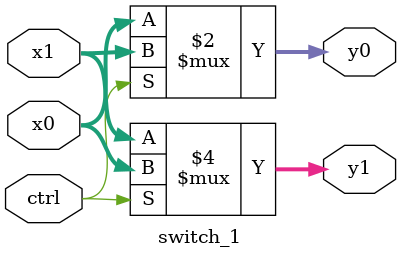
<source format=v>
module switch_1(ctrl, x0, x1, y0, y1);
    parameter width = 16;
    input [width-1:0] x0, x1;
    output [width-1:0] y0, y1;
    input ctrl;
    assign y0 = (ctrl == 0) ? x0 : x1;
    assign y1 = (ctrl == 0) ? x1 : x0;
endmodule
</source>
